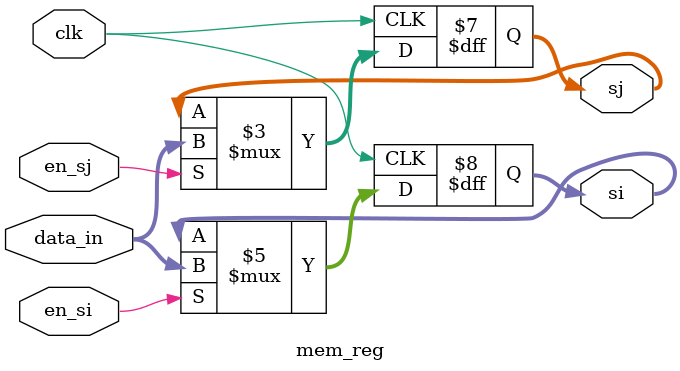
<source format=sv>
module mem_reg (clk, data_in, en_si, en_sj, si, sj); 
    input clk;
    input [7:0] data_in; 
    input en_si;
    input en_sj;
    output reg [7:0] si, sj;

    //Load S[i] value from RAM 
    always_ff @ (posedge clk) begin
        if (en_si) begin
            si <= data_in;   
        end
    end

    //Load S[j] value from RAM 
    always_ff @ (posedge clk) begin
        if (en_sj) begin
            sj <= data_in;   
        end
    end

endmodule
</source>
